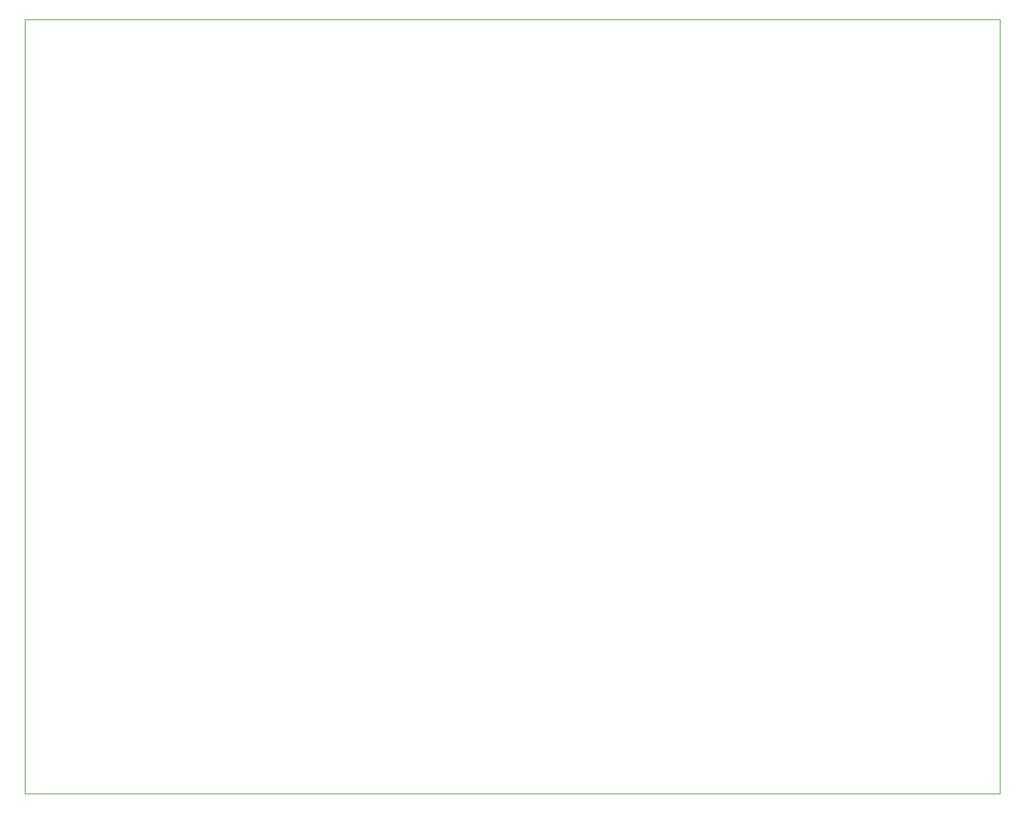
<source format=gbr>
%TF.GenerationSoftware,KiCad,Pcbnew,7.0.9*%
%TF.CreationDate,2023-12-23T17:51:48+00:00*%
%TF.ProjectId,MacroPad,4d616372-6f50-4616-942e-6b696361645f,rev?*%
%TF.SameCoordinates,Original*%
%TF.FileFunction,Profile,NP*%
%FSLAX46Y46*%
G04 Gerber Fmt 4.6, Leading zero omitted, Abs format (unit mm)*
G04 Created by KiCad (PCBNEW 7.0.9) date 2023-12-23 17:51:48*
%MOMM*%
%LPD*%
G01*
G04 APERTURE LIST*
%TA.AperFunction,Profile*%
%ADD10C,0.100000*%
%TD*%
G04 APERTURE END LIST*
D10*
X83500000Y-57750000D02*
X206500000Y-57750000D01*
X206500000Y-155500000D01*
X83500000Y-155500000D01*
X83500000Y-57750000D01*
M02*

</source>
